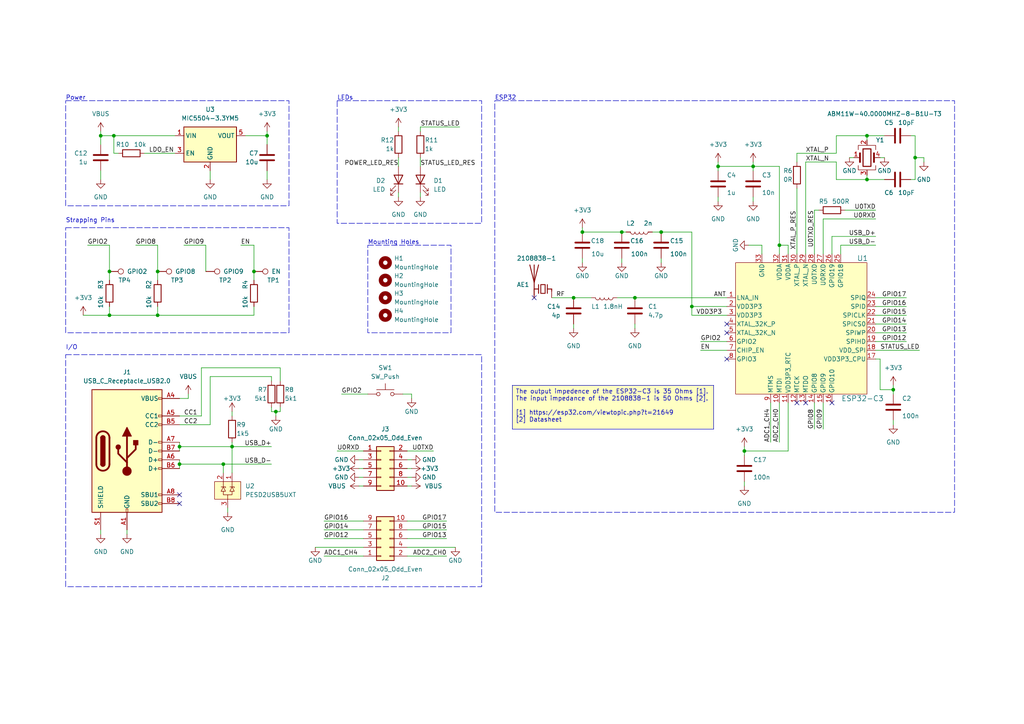
<source format=kicad_sch>
(kicad_sch (version 20230121) (generator eeschema)
  (paper "A4")
  (lib_symbols
    (symbol "Connector:TestPoint" (pin_numbers hide) (pin_names (offset 0.762) hide)
      (property "Reference" "TP" (at 0 6.858 0))
      (property "Value" "TestPoint" (at 0 5.08 0))
      (symbol "TestPoint_0_1"
        (circle (center 0 3.302) (radius 0.762))
      )
      (symbol "TestPoint_1_1"
        (pin passive line (at 0 0 90) (length 2.54) (name "1") (number "1"))
      )
    )
    (symbol "Connector:USB_C_Receptacle_USB2.0" (pin_names (offset 1.016))
      (property "Reference" "J" (at -10.16 19.05 0))
      (property "Value" "USB_C_Receptacle_USB2.0" (at 19.05 19.05 0))
      (symbol "USB_C_Receptacle_USB2.0_0_0"
        (rectangle (start -0.254 -17.78) (end 0.254 -16.764))
        (rectangle (start 10.16 -14.986) (end 9.144 -15.494))
        (rectangle (start 10.16 -12.446) (end 9.144 -12.954))
        (rectangle (start 10.16 -4.826) (end 9.144 -5.334))
        (rectangle (start 10.16 -2.286) (end 9.144 -2.794))
        (rectangle (start 10.16 0.254) (end 9.144 -0.254))
        (rectangle (start 10.16 2.794) (end 9.144 2.286))
        (rectangle (start 10.16 7.874) (end 9.144 7.366))
        (rectangle (start 10.16 10.414) (end 9.144 9.906))
        (rectangle (start 10.16 15.494) (end 9.144 14.986))
      )
      (symbol "USB_C_Receptacle_USB2.0_0_1"
        (rectangle (start -10.16 17.78) (end 10.16 -17.78) (stroke (width 0.254)) (fill (type background)))
        (arc (start -8.89 -3.81) (mid -6.985 -5.7067) (end -5.08 -3.81) (stroke (width 0.508)))
        (arc (start -7.62 -3.81) (mid -6.985 -4.4423) (end -6.35 -3.81) (stroke (width 0.254)))
        (arc (start -7.62 -3.81) (mid -6.985 -4.4423) (end -6.35 -3.81) (stroke (width 0.254)) (fill (type outline)))
        (rectangle (start -7.62 -3.81) (end -6.35 3.81) (stroke (width 0.254)) (fill (type outline)))
        (arc (start -6.35 3.81) (mid -6.985 4.4423) (end -7.62 3.81) (stroke (width 0.254)))
        (arc (start -6.35 3.81) (mid -6.985 4.4423) (end -7.62 3.81) (stroke (width 0.254)) (fill (type outline)))
        (arc (start -5.08 3.81) (mid -6.985 5.7067) (end -8.89 3.81) (stroke (width 0.508)))
        (circle (center -2.54 1.143) (radius 0.635) (stroke (width 0.254)) (fill (type outline)))
        (circle (center 0 -5.842) (radius 1.27) (fill (type outline)))
        (polyline (pts (xy -8.89 -3.81) (xy -8.89 3.81)) (stroke (width 0.508)))
        (polyline (pts (xy -5.08 3.81) (xy -5.08 -3.81)) (stroke (width 0.508)))
        (polyline (pts (xy 0 -5.842) (xy 0 4.318)) (stroke (width 0.508)))
        (polyline (pts (xy 0 -3.302) (xy -2.54 -0.762) (xy -2.54 0.508)) (stroke (width 0.508)))
        (polyline (pts (xy 0 -2.032) (xy 2.54 0.508) (xy 2.54 1.778)) (stroke (width 0.508)))
        (polyline (pts (xy -1.27 4.318) (xy 0 6.858) (xy 1.27 4.318) (xy -1.27 4.318)) (stroke (width 0.254)) (fill (type outline)))
        (rectangle (start 1.905 1.778) (end 3.175 3.048) (stroke (width 0.254)) (fill (type outline)))
      )
      (symbol "USB_C_Receptacle_USB2.0_1_1"
        (pin passive line (at 0 -22.86 90) (length 5.08) (name "GND") (number "A1"))
        (pin passive line (at 0 -22.86 90) (length 5.08) hide (name "GND") (number "A12"))
        (pin passive line (at 15.24 15.24 180) (length 5.08) (name "VBUS") (number "A4"))
        (pin bidirectional line (at 15.24 10.16 180) (length 5.08) (name "CC1") (number "A5"))
        (pin bidirectional line (at 15.24 -2.54 180) (length 5.08) (name "D+") (number "A6"))
        (pin bidirectional line (at 15.24 2.54 180) (length 5.08) (name "D-") (number "A7"))
        (pin bidirectional line (at 15.24 -12.7 180) (length 5.08) (name "SBU1") (number "A8"))
        (pin passive line (at 15.24 15.24 180) (length 5.08) hide (name "VBUS") (number "A9"))
        (pin passive line (at 0 -22.86 90) (length 5.08) hide (name "GND") (number "B1"))
        (pin passive line (at 0 -22.86 90) (length 5.08) hide (name "GND") (number "B12"))
        (pin passive line (at 15.24 15.24 180) (length 5.08) hide (name "VBUS") (number "B4"))
        (pin bidirectional line (at 15.24 7.62 180) (length 5.08) (name "CC2") (number "B5"))
        (pin bidirectional line (at 15.24 -5.08 180) (length 5.08) (name "D+") (number "B6"))
        (pin bidirectional line (at 15.24 0 180) (length 5.08) (name "D-") (number "B7"))
        (pin bidirectional line (at 15.24 -15.24 180) (length 5.08) (name "SBU2") (number "B8"))
        (pin passive line (at 15.24 15.24 180) (length 5.08) hide (name "VBUS") (number "B9"))
        (pin passive line (at -7.62 -22.86 90) (length 5.08) (name "SHIELD") (number "S1"))
      )
    )
    (symbol "Connector_Generic:Conn_02x05_Odd_Even" (pin_names (offset 1.016) hide)
      (property "Reference" "J" (at 1.27 7.62 0))
      (property "Value" "Conn_02x05_Odd_Even" (at 1.27 -7.62 0))
      (symbol "Conn_02x05_Odd_Even_1_1"
        (rectangle (start -1.27 -4.953) (end 0 -5.207) (stroke (width 0.1524)))
        (rectangle (start -1.27 -2.413) (end 0 -2.667) (stroke (width 0.1524)))
        (rectangle (start -1.27 0.127) (end 0 -0.127) (stroke (width 0.1524)))
        (rectangle (start -1.27 2.667) (end 0 2.413) (stroke (width 0.1524)))
        (rectangle (start -1.27 5.207) (end 0 4.953) (stroke (width 0.1524)))
        (rectangle (start -1.27 6.35) (end 3.81 -6.35) (stroke (width 0.254)) (fill (type background)))
        (rectangle (start 3.81 -4.953) (end 2.54 -5.207) (stroke (width 0.1524)))
        (rectangle (start 3.81 -2.413) (end 2.54 -2.667) (stroke (width 0.1524)))
        (rectangle (start 3.81 0.127) (end 2.54 -0.127) (stroke (width 0.1524)))
        (rectangle (start 3.81 2.667) (end 2.54 2.413) (stroke (width 0.1524)))
        (rectangle (start 3.81 5.207) (end 2.54 4.953) (stroke (width 0.1524)))
        (pin passive line (at -5.08 5.08 0) (length 3.81) (name "Pin_1") (number "1"))
        (pin passive line (at 7.62 -5.08 180) (length 3.81) (name "Pin_10") (number "10"))
        (pin passive line (at 7.62 5.08 180) (length 3.81) (name "Pin_2") (number "2"))
        (pin passive line (at -5.08 2.54 0) (length 3.81) (name "Pin_3") (number "3"))
        (pin passive line (at 7.62 2.54 180) (length 3.81) (name "Pin_4") (number "4"))
        (pin passive line (at -5.08 0 0) (length 3.81) (name "Pin_5") (number "5"))
        (pin passive line (at 7.62 0 180) (length 3.81) (name "Pin_6") (number "6"))
        (pin passive line (at -5.08 -2.54 0) (length 3.81) (name "Pin_7") (number "7"))
        (pin passive line (at 7.62 -2.54 180) (length 3.81) (name "Pin_8") (number "8"))
        (pin passive line (at -5.08 -5.08 0) (length 3.81) (name "Pin_9") (number "9"))
      )
    )
    (symbol "Device:Antenna_Chip" (pin_numbers hide) (pin_names (offset 1.016) hide)
      (property "Reference" "AE" (at 0 5.08 0))
      (property "Value" "Antenna_Chip" (at 0 3.175 0))
      (symbol "Antenna_Chip_0_1"
        (polyline (pts (xy -2.54 0) (xy -2.54 -0.635)) (stroke (width 0.254)))
        (polyline (pts (xy -2.54 0) (xy -1.27 0)) (stroke (width 0.254)))
        (polyline (pts (xy 1.27 0) (xy 2.54 0)) (stroke (width 0.254)))
        (polyline (pts (xy 1.27 1.27) (xy 1.27 -1.27)) (stroke (width 0.254)))
        (polyline (pts (xy 2.54 -0.635) (xy 2.54 0)))
        (polyline (pts (xy 2.54 6.985) (xy 2.54 -1.905)) (stroke (width 0.254)))
        (polyline (pts (xy -1.27 1.27) (xy -1.27 -1.27) (xy -1.27 0)) (stroke (width 0.254)))
        (polyline (pts (xy 3.81 6.985) (xy 2.54 1.905) (xy 1.27 6.985)) (stroke (width 0.254)))
        (polyline (pts (xy -0.635 1.27) (xy 0.635 1.27) (xy 0.635 -1.27) (xy -0.635 -1.27) (xy -0.635 1.27)) (stroke (width 0.254)))
      )
      (symbol "Antenna_Chip_1_1"
        (pin input line (at -2.54 -2.54 90) (length 2.54) (name "FEED") (number "1"))
        (pin passive line (at 2.54 -2.54 90) (length 2.54) (name "PCB_Trace") (number "2"))
      )
    )
    (symbol "Device:C" (pin_numbers hide) (pin_names (offset 0.254))
      (property "Reference" "C" (at 0.635 2.54 0))
      (property "Value" "C" (at 0.635 -2.54 0))
      (symbol "C_0_1"
        (polyline (pts (xy -2.032 -0.762) (xy 2.032 -0.762)) (stroke (width 0.508)))
        (polyline (pts (xy -2.032 0.762) (xy 2.032 0.762)) (stroke (width 0.508)))
      )
      (symbol "C_1_1"
        (pin passive line (at 0 3.81 270) (length 2.794) (name "~") (number "1"))
        (pin passive line (at 0 -3.81 90) (length 2.794) (name "~") (number "2"))
      )
    )
    (symbol "Device:Crystal_GND23" (pin_names (offset 1.016) hide)
      (property "Reference" "Y" (at 3.175 5.08 0))
      (property "Value" "Crystal_GND23" (at 3.175 3.175 0))
      (symbol "Crystal_GND23_0_1"
        (rectangle (start -1.143 2.54) (end 1.143 -2.54) (stroke (width 0.3048)))
        (polyline (pts (xy -2.54 0) (xy -2.032 0)))
        (polyline (pts (xy -2.032 -1.27) (xy -2.032 1.27)) (stroke (width 0.508)))
        (polyline (pts (xy 0 -3.81) (xy 0 -3.556)))
        (polyline (pts (xy 0 3.556) (xy 0 3.81)))
        (polyline (pts (xy 2.032 -1.27) (xy 2.032 1.27)) (stroke (width 0.508)))
        (polyline (pts (xy 2.032 0) (xy 2.54 0)))
        (polyline (pts (xy -2.54 -2.286) (xy -2.54 -3.556) (xy 2.54 -3.556) (xy 2.54 -2.286)))
        (polyline (pts (xy -2.54 2.286) (xy -2.54 3.556) (xy 2.54 3.556) (xy 2.54 2.286)))
      )
      (symbol "Crystal_GND23_1_1"
        (pin passive line (at -3.81 0 0) (length 1.27) (name "1") (number "1"))
        (pin passive line (at 0 5.08 270) (length 1.27) (name "2") (number "2"))
        (pin passive line (at 0 -5.08 90) (length 1.27) (name "3") (number "3"))
        (pin passive line (at 3.81 0 180) (length 1.27) (name "4") (number "4"))
      )
    )
    (symbol "Device:L" (pin_numbers hide) (pin_names (offset 1.016) hide)
      (property "Reference" "L" (at -1.27 0 90))
      (property "Value" "L" (at 1.905 0 90))
      (symbol "L_0_1"
        (arc (start 0 -2.54) (mid 0.6323 -1.905) (end 0 -1.27))
        (arc (start 0 -1.27) (mid 0.6323 -0.635) (end 0 0))
        (arc (start 0 0) (mid 0.6323 0.635) (end 0 1.27))
        (arc (start 0 1.27) (mid 0.6323 1.905) (end 0 2.54))
      )
      (symbol "L_1_1"
        (pin passive line (at 0 3.81 270) (length 1.27) (name "1") (number "1"))
        (pin passive line (at 0 -3.81 90) (length 1.27) (name "2") (number "2"))
      )
    )
    (symbol "Device:LED" (pin_numbers hide) (pin_names (offset 1.016) hide)
      (property "Reference" "D" (at 0 2.54 0))
      (property "Value" "LED" (at 0 -2.54 0))
      (symbol "LED_0_1"
        (polyline (pts (xy -1.27 -1.27) (xy -1.27 1.27)) (stroke (width 0.254)))
        (polyline (pts (xy -1.27 0) (xy 1.27 0)))
        (polyline (pts (xy 1.27 -1.27) (xy 1.27 1.27) (xy -1.27 0) (xy 1.27 -1.27)) (stroke (width 0.254)))
        (polyline (pts (xy -3.048 -0.762) (xy -4.572 -2.286) (xy -3.81 -2.286) (xy -4.572 -2.286) (xy -4.572 -1.524)))
        (polyline (pts (xy -1.778 -0.762) (xy -3.302 -2.286) (xy -2.54 -2.286) (xy -3.302 -2.286) (xy -3.302 -1.524)))
      )
      (symbol "LED_1_1"
        (pin passive line (at -3.81 0 0) (length 2.54) (name "K") (number "1"))
        (pin passive line (at 3.81 0 180) (length 2.54) (name "A") (number "2"))
      )
    )
    (symbol "Device:R" (pin_numbers hide) (pin_names (offset 0))
      (property "Reference" "R" (at 2.032 0 90))
      (property "Value" "R" (at 0 0 90))
      (symbol "R_0_1"
        (rectangle (start -1.016 -2.54) (end 1.016 2.54) (stroke (width 0.254)))
      )
      (symbol "R_1_1"
        (pin passive line (at 0 3.81 270) (length 1.27) (name "~") (number "1"))
        (pin passive line (at 0 -3.81 90) (length 1.27) (name "~") (number "2"))
      )
    )
    (symbol "Mechanical:MountingHole" (pin_names (offset 1.016))
      (property "Reference" "H" (at 0 5.08 0))
      (property "Value" "MountingHole" (at 0 3.175 0))
      (symbol "MountingHole_0_1"
        (circle (center 0 0) (radius 1.27) (stroke (width 1.27)))
      )
    )
    (symbol "Regulator_Linear:MIC5504-3.3YM5"
      (property "Reference" "U" (at -7.62 8.89 0))
      (property "Value" "MIC5504-3.3YM5" (at -7.62 6.35 0))
      (symbol "MIC5504-3.3YM5_0_1"
        (rectangle (start -7.62 -5.08) (end 7.62 5.08) (stroke (width 0.254)) (fill (type background)))
      )
      (symbol "MIC5504-3.3YM5_1_1"
        (pin power_in line (at -10.16 2.54 0) (length 2.54) (name "VIN") (number "1"))
        (pin power_in line (at 0 -7.62 90) (length 2.54) (name "GND") (number "2"))
        (pin input line (at -10.16 -2.54 0) (length 2.54) (name "EN") (number "3"))
        (pin no_connect line (at 7.62 -2.54 180) (length 2.54) hide (name "NC") (number "4"))
        (pin power_out line (at 10.16 2.54 180) (length 2.54) (name "VOUT") (number "5"))
      )
    )
    (symbol "Switch:SW_Push" (pin_numbers hide) (pin_names (offset 1.016) hide)
      (property "Reference" "SW" (at 1.27 2.54 0))
      (property "Value" "SW_Push" (at 0 -1.524 0))
      (symbol "SW_Push_0_1"
        (circle (center -2.032 0) (radius 0.508))
        (polyline (pts (xy 0 1.27) (xy 0 3.048)))
        (polyline (pts (xy 2.54 1.27) (xy -2.54 1.27)))
        (circle (center 2.032 0) (radius 0.508))
        (pin passive line (at -5.08 0 0) (length 2.54) (name "1") (number "1"))
        (pin passive line (at 5.08 0 180) (length 2.54) (name "2") (number "2"))
      )
    )
    (symbol "encyclopedia_galactica:ESP32-C3" (pin_names (offset 0.254))
      (property "Reference" "U" (at 0 43.18 0))
      (property "Value" "ESP32-C3" (at 0 40.64 0))
      (symbol "ESP32-C3_0_1"
        (pin bidirectional line (at -21.59 8.89 0) (length 2.54) (name "LNA_IN") (number "1"))
        (pin bidirectional line (at -6.35 -21.59 90) (length 2.54) (name "MTDI") (number "10"))
        (pin power_in line (at -3.81 -21.59 90) (length 2.54) (name "VDD3P3_RTC") (number "11"))
        (pin bidirectional line (at -1.27 -21.59 90) (length 2.54) (name "MTCK") (number "12"))
        (pin bidirectional line (at 1.27 -21.59 90) (length 2.54) (name "MTDO") (number "13"))
        (pin bidirectional line (at 3.81 -21.59 90) (length 2.54) (name "GPIO8") (number "14"))
        (pin bidirectional line (at 6.35 -21.59 90) (length 2.54) (name "GPIO9") (number "15"))
        (pin bidirectional line (at 8.89 -21.59 90) (length 2.54) (name "GPIO10") (number "16"))
        (pin power_in line (at 21.59 -8.89 180) (length 2.54) (name "VDD3P3_CPU") (number "17"))
        (pin power_in line (at 21.59 -6.35 180) (length 2.54) (name "VDD_SPI") (number "18"))
        (pin bidirectional line (at 21.59 -3.81 180) (length 2.54) (name "SPIHD") (number "19"))
        (pin power_in line (at -21.59 6.35 0) (length 2.54) (name "VDD3P3") (number "2"))
        (pin bidirectional line (at 21.59 -1.27 180) (length 2.54) (name "SPIWP") (number "20"))
        (pin bidirectional line (at 21.59 1.27 180) (length 2.54) (name "SPICS0") (number "21"))
        (pin bidirectional line (at 21.59 3.81 180) (length 2.54) (name "SPICLK") (number "22"))
        (pin bidirectional line (at 21.59 6.35 180) (length 2.54) (name "SPID") (number "23"))
        (pin bidirectional line (at 21.59 8.89 180) (length 2.54) (name "SPIQ") (number "24"))
        (pin bidirectional line (at 11.43 21.59 270) (length 2.54) (name "GPIO18") (number "25"))
        (pin bidirectional line (at 8.89 21.59 270) (length 2.54) (name "GPIO19") (number "26"))
        (pin bidirectional line (at 6.35 21.59 270) (length 2.54) (name "U0RXD") (number "27"))
        (pin bidirectional line (at 3.81 21.59 270) (length 2.54) (name "U0TXD") (number "28"))
        (pin output line (at 1.27 21.59 270) (length 2.54) (name "XTAL_N") (number "29"))
        (pin power_in line (at -21.59 3.81 0) (length 2.54) (name "VDD3P3") (number "3"))
        (pin input line (at -1.27 21.59 270) (length 2.54) (name "XTAL_P") (number "30"))
        (pin power_in line (at -3.81 21.59 270) (length 2.54) (name "VDDA") (number "31"))
        (pin power_in line (at -6.35 21.59 270) (length 2.54) (name "VDDA") (number "32"))
        (pin power_out line (at -11.43 21.59 270) (length 2.54) (name "GND") (number "33"))
        (pin bidirectional line (at -21.59 1.27 0) (length 2.54) (name "XTAL_32K_P") (number "4"))
        (pin bidirectional line (at -21.59 -1.27 0) (length 2.54) (name "XTAL_32K_N") (number "5"))
        (pin bidirectional line (at -21.59 -3.81 0) (length 2.54) (name "GPIO2") (number "6"))
        (pin input line (at -21.59 -6.35 0) (length 2.54) (name "CHIP_EN") (number "7"))
        (pin bidirectional line (at -21.59 -8.89 0) (length 2.54) (name "GPIO3") (number "8"))
        (pin bidirectional line (at -8.89 -21.59 90) (length 2.54) (name "MTMS") (number "9"))
      )
      (symbol "ESP32-C3_1_1"
        (rectangle (start -19.05 19.05) (end 19.05 -19.05) (fill (type background)))
      )
    )
    (symbol "encyclopedia_galactica:PESD2USB5UXT"
      (property "Reference" "U" (at 0 24.13 0))
      (property "Value" "PESD2USB5UXT" (at 0 21.59 0))
      (symbol "PESD2USB5UXT_1_1"
        (rectangle (start -3.81 2.54) (end 3.81 -2.54) (fill (type background)))
        (polyline (pts (xy -1.905 1.016) (xy -0.635 1.016)))
        (polyline (pts (xy -1.27 1.016) (xy -1.27 2.54)))
        (polyline (pts (xy -0.635 1.016) (xy -0.635 0.762)))
        (polyline (pts (xy 0 -1.27) (xy 0 -2.54)))
        (polyline (pts (xy 0.635 1.016) (xy 1.905 1.016)))
        (polyline (pts (xy 1.27 1.016) (xy 1.27 2.54)))
        (polyline (pts (xy 1.905 1.016) (xy 1.905 0.762)))
        (polyline (pts (xy -1.905 -0.254) (xy -1.27 1.016) (xy -0.635 -0.254) (xy -1.905 -0.254)))
        (polyline (pts (xy -1.27 -0.254) (xy -1.27 -1.27) (xy 1.27 -1.27) (xy 1.27 -0.254)))
        (polyline (pts (xy 0.635 -0.254) (xy 1.27 1.016) (xy 1.905 -0.254) (xy 0.635 -0.254)))
        (pin open_collector line (at 1.27 5.08 270) (length 2.54) (name "") (number "1"))
        (pin open_collector line (at -1.27 5.08 270) (length 2.54) (name "") (number "2"))
        (pin power_out line (at 0 -5.08 90) (length 2.54) (name "") (number "3"))
      )
    )
    (symbol "power:+3V3" (power) (pin_names (offset 0))
      (property "Value" "+3V3" (at 0 3.556 0))
      (symbol "+3V3_0_1"
        (polyline (pts (xy -0.762 1.27) (xy 0 2.54)))
        (polyline (pts (xy 0 0) (xy 0 2.54)))
        (polyline (pts (xy 0 2.54) (xy 0.762 1.27)))
      )
      (symbol "+3V3_1_1"
        (pin power_in line (at 0 0 90) (length 0) hide (name "+3V3") (number "1"))
      )
    )
    (symbol "power:GND" (power) (pin_names (offset 0))
      (property "Value" "GND" (at 0 -3.81 0))
      (symbol "GND_0_1"
        (polyline (pts (xy 0 0) (xy 0 -1.27) (xy 1.27 -1.27) (xy 0 -2.54) (xy -1.27 -1.27) (xy 0 -1.27)))
      )
      (symbol "GND_1_1"
        (pin power_in line (at 0 0 270) (length 0) hide (name "GND") (number "1"))
      )
    )
    (symbol "power:VBUS" (power) (pin_names (offset 0))
      (property "Value" "VBUS" (at 0 3.81 0))
      (symbol "VBUS_0_1"
        (polyline (pts (xy -0.762 1.27) (xy 0 2.54)))
        (polyline (pts (xy 0 0) (xy 0 2.54)))
        (polyline (pts (xy 0 2.54) (xy 0.762 1.27)))
      )
      (symbol "VBUS_1_1"
        (pin power_in line (at 0 0 90) (length 0) hide (name "VBUS") (number "1"))
      )
    )
  )
  (junction (at 29.21 39.37))
  (junction (at 64.77 134.62))
  (junction (at 184.15 86.36))
  (junction (at 226.06 71.12))
  (junction (at 168.91 67.31))
  (junction (at 45.72 78.74))
  (junction (at 31.75 91.44))
  (junction (at 77.47 39.37))
  (junction (at 208.28 48.26))
  (junction (at 180.34 67.31))
  (junction (at 215.9 130.81))
  (junction (at 218.44 48.26))
  (junction (at 33.02 39.37))
  (junction (at 80.01 119.38))
  (junction (at 31.75 78.74))
  (junction (at 67.31 129.54))
  (junction (at 52.07 134.62))
  (junction (at 73.66 78.74))
  (junction (at 191.77 67.31))
  (junction (at 259.08 113.03))
  (junction (at 265.43 45.72))
  (junction (at 45.72 91.44))
  (junction (at 251.46 39.37))
  (junction (at 200.66 88.9))
  (junction (at 52.07 129.54))
  (junction (at 166.37 86.36))
  (junction (at 251.46 52.07))
  (no_connect (at 241.3 116.84))
  (no_connect (at 210.82 104.14))
  (no_connect (at 210.82 93.98))
  (no_connect (at 52.07 143.51))
  (no_connect (at 231.14 116.84))
  (no_connect (at 52.07 146.05))
  (no_connect (at 233.68 116.84))
  (no_connect (at 210.82 96.52))
  (no_connect (at 154.94 86.36))
  (wire (pts (xy 52.07 133.35) (xy 52.07 134.62)))
  (wire (pts (xy 25.4 71.12) (xy 31.75 71.12)))
  (wire (pts (xy 33.02 39.37) (xy 50.8 39.37)))
  (wire (pts (xy 254 86.36) (xy 262.89 86.36)))
  (wire (pts (xy 66.04 147.32) (xy 66.04 148.59)))
  (wire (pts (xy 121.92 55.88) (xy 121.92 57.15)))
  (wire (pts (xy 236.22 60.96) (xy 236.22 73.66)))
  (wire (pts (xy 203.2 99.06) (xy 210.82 99.06)))
  (wire (pts (xy 52.07 134.62) (xy 64.77 134.62)))
  (wire (pts (xy 64.77 134.62) (xy 64.77 137.16)))
  (wire (pts (xy 267.97 45.72) (xy 265.43 45.72)))
  (wire (pts (xy 125.73 130.81) (xy 118.11 130.81)))
  (wire (pts (xy 218.44 57.15) (xy 218.44 58.42)))
  (wire (pts (xy 254 91.44) (xy 262.89 91.44)))
  (wire (pts (xy 168.91 67.31) (xy 180.34 67.31)))
  (wire (pts (xy 116.84 114.3) (xy 119.38 114.3)))
  (wire (pts (xy 231.14 44.45) (xy 242.57 44.45)))
  (wire (pts (xy 254 88.9) (xy 262.89 88.9)))
  (wire (pts (xy 31.75 81.28) (xy 31.75 78.74)))
  (wire (pts (xy 52.07 128.27) (xy 52.07 129.54)))
  (wire (pts (xy 254 63.5) (xy 238.76 63.5)))
  (wire (pts (xy 226.06 48.26) (xy 226.06 71.12)))
  (wire (pts (xy 251.46 39.37) (xy 251.46 40.64)))
  (wire (pts (xy 255.27 113.03) (xy 255.27 104.14)))
  (wire (pts (xy 242.57 52.07) (xy 242.57 46.99)))
  (wire (pts (xy 241.3 68.58) (xy 241.3 73.66)))
  (wire (pts (xy 118.11 153.67) (xy 129.54 153.67)))
  (wire (pts (xy 133.35 36.83) (xy 121.92 36.83)))
  (wire (pts (xy 36.83 153.67) (xy 36.83 154.94)))
  (wire (pts (xy 29.21 39.37) (xy 33.02 39.37)))
  (wire (pts (xy 54.61 115.57) (xy 54.61 114.3)))
  (wire (pts (xy 52.07 134.62) (xy 52.07 135.89)))
  (wire (pts (xy 52.07 120.65) (xy 58.42 120.65)))
  (wire (pts (xy 247.65 45.72) (xy 246.38 45.72)))
  (wire (pts (xy 180.34 74.93) (xy 180.34 76.2)))
  (wire (pts (xy 233.68 46.99) (xy 233.68 73.66)))
  (wire (pts (xy 97.79 130.81) (xy 105.41 130.81)))
  (wire (pts (xy 81.28 118.11) (xy 81.28 119.38)))
  (wire (pts (xy 104.14 135.89) (xy 105.41 135.89)))
  (wire (pts (xy 67.31 128.27) (xy 67.31 129.54)))
  (wire (pts (xy 184.15 86.36) (xy 210.82 86.36)))
  (wire (pts (xy 78.74 109.22) (xy 78.74 110.49)))
  (wire (pts (xy 215.9 130.81) (xy 215.9 129.54)))
  (wire (pts (xy 118.11 156.21) (xy 129.54 156.21)))
  (wire (pts (xy 73.66 71.12) (xy 73.66 78.74)))
  (wire (pts (xy 29.21 153.67) (xy 29.21 154.94)))
  (wire (pts (xy 259.08 111.76) (xy 259.08 113.03)))
  (wire (pts (xy 118.11 161.29) (xy 129.54 161.29)))
  (wire (pts (xy 168.91 74.93) (xy 168.91 76.2)))
  (wire (pts (xy 243.84 71.12) (xy 254 71.12)))
  (wire (pts (xy 115.57 36.83) (xy 115.57 38.1)))
  (wire (pts (xy 41.91 44.45) (xy 50.8 44.45)))
  (wire (pts (xy 67.31 129.54) (xy 78.74 129.54)))
  (wire (pts (xy 226.06 116.84) (xy 226.06 128.27)))
  (wire (pts (xy 52.07 129.54) (xy 67.31 129.54)))
  (wire (pts (xy 255.27 113.03) (xy 259.08 113.03)))
  (wire (pts (xy 208.28 46.99) (xy 208.28 48.26)))
  (wire (pts (xy 226.06 71.12) (xy 228.6 71.12)))
  (wire (pts (xy 242.57 39.37) (xy 242.57 44.45)))
  (wire (pts (xy 233.68 46.99) (xy 242.57 46.99)))
  (wire (pts (xy 191.77 74.93) (xy 191.77 76.2)))
  (wire (pts (xy 104.14 140.97) (xy 105.41 140.97)))
  (wire (pts (xy 166.37 86.36) (xy 171.45 86.36)))
  (wire (pts (xy 256.54 52.07) (xy 251.46 52.07)))
  (wire (pts (xy 119.38 114.3) (xy 119.38 115.57)))
  (wire (pts (xy 73.66 91.44) (xy 73.66 88.9)))
  (wire (pts (xy 264.16 52.07) (xy 265.43 52.07)))
  (wire (pts (xy 203.2 101.6) (xy 210.82 101.6)))
  (wire (pts (xy 93.98 151.13) (xy 105.41 151.13)))
  (wire (pts (xy 118.11 140.97) (xy 119.38 140.97)))
  (wire (pts (xy 31.75 71.12) (xy 31.75 78.74)))
  (wire (pts (xy 91.44 158.75) (xy 105.41 158.75)))
  (wire (pts (xy 34.29 44.45) (xy 33.02 44.45)))
  (wire (pts (xy 231.14 54.61) (xy 231.14 73.66)))
  (wire (pts (xy 259.08 121.92) (xy 259.08 123.19)))
  (wire (pts (xy 99.06 114.3) (xy 106.68 114.3)))
  (wire (pts (xy 200.66 67.31) (xy 191.77 67.31)))
  (wire (pts (xy 243.84 71.12) (xy 243.84 73.66)))
  (wire (pts (xy 265.43 39.37) (xy 264.16 39.37)))
  (wire (pts (xy 81.28 106.68) (xy 81.28 110.49)))
  (wire (pts (xy 67.31 119.38) (xy 67.31 120.65)))
  (wire (pts (xy 71.12 39.37) (xy 77.47 39.37)))
  (wire (pts (xy 231.14 44.45) (xy 231.14 46.99)))
  (wire (pts (xy 104.14 138.43) (xy 105.41 138.43)))
  (wire (pts (xy 121.92 45.72) (xy 121.92 48.26)))
  (wire (pts (xy 52.07 129.54) (xy 52.07 130.81)))
  (wire (pts (xy 80.01 119.38) (xy 80.01 120.65)))
  (wire (pts (xy 251.46 52.07) (xy 251.46 50.8)))
  (wire (pts (xy 67.31 129.54) (xy 67.31 137.16)))
  (wire (pts (xy 223.52 116.84) (xy 223.52 128.27)))
  (wire (pts (xy 39.37 71.12) (xy 45.72 71.12)))
  (wire (pts (xy 115.57 45.72) (xy 115.57 48.26)))
  (wire (pts (xy 45.72 91.44) (xy 45.72 88.9)))
  (wire (pts (xy 208.28 48.26) (xy 218.44 48.26)))
  (wire (pts (xy 132.08 158.75) (xy 118.11 158.75)))
  (wire (pts (xy 189.23 67.31) (xy 191.77 67.31)))
  (wire (pts (xy 77.47 49.53) (xy 77.47 52.07)))
  (wire (pts (xy 238.76 116.84) (xy 238.76 124.46)))
  (wire (pts (xy 58.42 120.65) (xy 58.42 106.68)))
  (wire (pts (xy 215.9 130.81) (xy 228.6 130.81)))
  (wire (pts (xy 118.11 133.35) (xy 119.38 133.35)))
  (wire (pts (xy 254 96.52) (xy 262.89 96.52)))
  (wire (pts (xy 215.9 139.7) (xy 215.9 140.97)))
  (wire (pts (xy 58.42 106.68) (xy 81.28 106.68)))
  (wire (pts (xy 179.07 86.36) (xy 184.15 86.36)))
  (wire (pts (xy 77.47 38.1) (xy 77.47 39.37)))
  (wire (pts (xy 184.15 93.98) (xy 184.15 95.25)))
  (wire (pts (xy 118.11 135.89) (xy 119.38 135.89)))
  (wire (pts (xy 45.72 78.74) (xy 45.72 81.28)))
  (wire (pts (xy 255.27 104.14) (xy 254 104.14)))
  (wire (pts (xy 45.72 91.44) (xy 73.66 91.44)))
  (wire (pts (xy 245.11 60.96) (xy 254 60.96)))
  (wire (pts (xy 259.08 113.03) (xy 259.08 114.3)))
  (wire (pts (xy 236.22 116.84) (xy 236.22 124.46)))
  (wire (pts (xy 93.98 153.67) (xy 105.41 153.67)))
  (wire (pts (xy 53.34 71.12) (xy 59.69 71.12)))
  (wire (pts (xy 118.11 151.13) (xy 129.54 151.13)))
  (wire (pts (xy 218.44 48.26) (xy 226.06 48.26)))
  (wire (pts (xy 77.47 41.91) (xy 77.47 39.37)))
  (wire (pts (xy 104.14 133.35) (xy 105.41 133.35)))
  (wire (pts (xy 265.43 52.07) (xy 265.43 45.72)))
  (wire (pts (xy 200.66 91.44) (xy 200.66 88.9)))
  (wire (pts (xy 31.75 91.44) (xy 45.72 91.44)))
  (wire (pts (xy 52.07 123.19) (xy 60.96 123.19)))
  (wire (pts (xy 180.34 67.31) (xy 181.61 67.31)))
  (wire (pts (xy 78.74 118.11) (xy 78.74 119.38)))
  (wire (pts (xy 29.21 38.1) (xy 29.21 39.37)))
  (wire (pts (xy 254 68.58) (xy 241.3 68.58)))
  (wire (pts (xy 64.77 134.62) (xy 78.74 134.62)))
  (wire (pts (xy 166.37 93.98) (xy 166.37 95.25)))
  (wire (pts (xy 254 93.98) (xy 262.89 93.98)))
  (wire (pts (xy 265.43 45.72) (xy 265.43 39.37)))
  (wire (pts (xy 52.07 115.57) (xy 54.61 115.57)))
  (wire (pts (xy 218.44 46.99) (xy 218.44 48.26)))
  (wire (pts (xy 24.13 91.44) (xy 31.75 91.44)))
  (wire (pts (xy 228.6 71.12) (xy 228.6 73.66)))
  (wire (pts (xy 60.96 49.53) (xy 60.96 52.07)))
  (wire (pts (xy 242.57 52.07) (xy 251.46 52.07)))
  (wire (pts (xy 208.28 57.15) (xy 208.28 58.42)))
  (wire (pts (xy 31.75 91.44) (xy 31.75 88.9)))
  (wire (pts (xy 226.06 71.12) (xy 226.06 73.66)))
  (wire (pts (xy 215.9 132.08) (xy 215.9 130.81)))
  (wire (pts (xy 80.01 119.38) (xy 81.28 119.38)))
  (wire (pts (xy 218.44 48.26) (xy 218.44 49.53)))
  (wire (pts (xy 251.46 39.37) (xy 242.57 39.37)))
  (wire (pts (xy 267.97 46.99) (xy 267.97 45.72)))
  (wire (pts (xy 93.98 156.21) (xy 105.41 156.21)))
  (wire (pts (xy 256.54 39.37) (xy 251.46 39.37)))
  (wire (pts (xy 254 99.06) (xy 262.89 99.06)))
  (wire (pts (xy 73.66 81.28) (xy 73.66 78.74)))
  (wire (pts (xy 45.72 71.12) (xy 45.72 78.74)))
  (wire (pts (xy 78.74 119.38) (xy 80.01 119.38)))
  (wire (pts (xy 200.66 88.9) (xy 200.66 67.31)))
  (wire (pts (xy 118.11 138.43) (xy 119.38 138.43)))
  (wire (pts (xy 160.02 86.36) (xy 166.37 86.36)))
  (wire (pts (xy 254 101.6) (xy 266.7 101.6)))
  (wire (pts (xy 29.21 39.37) (xy 29.21 41.91)))
  (wire (pts (xy 60.96 123.19) (xy 60.96 109.22)))
  (wire (pts (xy 238.76 63.5) (xy 238.76 73.66)))
  (wire (pts (xy 59.69 71.12) (xy 59.69 78.74)))
  (wire (pts (xy 93.98 161.29) (xy 105.41 161.29)))
  (wire (pts (xy 256.54 45.72) (xy 255.27 45.72)))
  (wire (pts (xy 29.21 49.53) (xy 29.21 52.07)))
  (wire (pts (xy 69.85 71.12) (xy 73.66 71.12)))
  (wire (pts (xy 60.96 109.22) (xy 78.74 109.22)))
  (wire (pts (xy 200.66 88.9) (xy 210.82 88.9)))
  (wire (pts (xy 236.22 60.96) (xy 237.49 60.96)))
  (wire (pts (xy 121.92 36.83) (xy 121.92 38.1)))
  (wire (pts (xy 210.82 91.44) (xy 200.66 91.44)))
  (wire (pts (xy 220.98 71.12) (xy 220.98 73.66)))
  (wire (pts (xy 168.91 66.04) (xy 168.91 67.31)))
  (wire (pts (xy 33.02 44.45) (xy 33.02 39.37)))
  (wire (pts (xy 115.57 55.88) (xy 115.57 57.15)))
  (wire (pts (xy 208.28 48.26) (xy 208.28 49.53)))
  (wire (pts (xy 228.6 116.84) (xy 228.6 130.81)))
  (wire (pts (xy 217.17 71.12) (xy 220.98 71.12)))
  (rectangle (start 19.05 29.21) (end 83.82 59.69) (stroke (width 0) (type dash)))
  (rectangle (start 106.68 71.12) (end 130.81 96.52) (stroke (width 0) (type dash)))
  (rectangle (start 83.82 66.04) (end 19.05 96.52) (stroke (width 0) (type dash)))
  (rectangle (start 19.05 102.87) (end 139.7 170.18) (stroke (width 0) (type dash)))
  (rectangle (start 97.79 29.21) (end 139.7 64.77) (stroke (width 0) (type dash)))
  (rectangle (start 143.51 29.21) (end 276.86 148.59) (stroke (width 0) (type dash)))
  (text_box "The output impedence of the ESP32-C3 is 35 Ohms [1].\nThe input impedance of the 2108838-1 is 50 Ohms [2].\n\n[1] https://esp32.com/viewtopic.php?t=21649\n[2] Datasheet" (at 148.59 111.76 0) (size 58.42 12.7) (fill (type color) (color 255 255 194 1)) (effects (font (size 1.27 1.27)) (justify left top)))
  (text "ESP32" (at 143.51 29.21 0) (effects (font (size 1.27 1.27)) (justify left bottom)))
  (text "I/O" (at 19.05 101.6 0) (effects (font (size 1.27 1.27)) (justify left bottom)))
  (text "Mounting Holes" (at 106.68 71.12 0) (effects (font (size 1.27 1.27)) (justify left bottom)))
  (text "Power" (at 19.05 29.21 0) (effects (font (size 1.27 1.27)) (justify left bottom)))
  (text "Strapping Pins" (at 19.05 64.77 0) (effects (font (size 1.27 1.27)) (justify left bottom)))
  (text "LEDs" (at 97.79 29.21 0) (effects (font (size 1.27 1.27)) (justify left bottom)))
  (label "ADC1_CH4" (at 223.52 128.27 90))
  (label "U0RXD" (at 97.79 130.81 0))
  (label "GPIO2" (at 99.06 114.3 0))
  (label "USB_D-" (at 78.74 134.62 180))
  (label "GPIO12" (at 93.98 156.21 0))
  (label "EN" (at 203.2 101.6 0))
  (label "GPIO16" (at 93.98 151.13 0))
  (label "GPIO13" (at 129.54 156.21 180))
  (label "USB_D+" (at 78.74 129.54 180))
  (label "ADC1_CH4" (at 93.98 161.29 0))
  (label "USB_D+" (at 254 68.58 180))
  (label "GPIO2" (at 25.4 71.12 0))
  (label "LDO_EN" (at 43.18 44.45 0))
  (label "GPIO14" (at 262.89 93.98 180))
  (label "GPIO9" (at 238.76 124.46 90))
  (label "STATUS_LED" (at 266.7 101.6 180))
  (label "GPIO17" (at 262.89 86.36 180))
  (label "GPIO14" (at 93.98 153.67 0))
  (label "U0TXD" (at 125.73 130.81 180))
  (label "ADC2_CH0" (at 226.06 128.27 90))
  (label "STATUS_LED_RES" (at 121.92 48.26 0))
  (label "U0RXD" (at 254 63.5 180))
  (label "VDD3P3" (at 201.93 91.44 0))
  (label "ANT" (at 207.01 86.36 0))
  (label "CC1" (at 53.34 120.65 0))
  (label "USB_D-" (at 254 71.12 180))
  (label "GPIO12" (at 262.89 99.06 180))
  (label "XTAL_P" (at 233.68 44.45 0))
  (label "U0TXD" (at 254 60.96 180))
  (label "GPIO9" (at 53.34 71.12 0))
  (label "XTAL_P_RES" (at 231.14 72.39 90))
  (label "GPIO15" (at 129.54 153.67 180))
  (label "XTAL_N" (at 233.68 46.99 0))
  (label "GPIO16" (at 262.89 88.9 180))
  (label "RF" (at 161.29 86.36 0))
  (label "U0TXD_RES" (at 236.22 60.96 270))
  (label "EN" (at 69.85 71.12 0))
  (label "GPIO8" (at 39.37 71.12 0))
  (label "GPIO13" (at 262.89 96.52 180))
  (label "GPIO17" (at 129.54 151.13 180))
  (label "GPIO2" (at 203.2 99.06 0))
  (label "ADC2_CH0" (at 129.54 161.29 180))
  (label "STATUS_LED" (at 133.35 36.83 180))
  (label "CC2" (at 53.34 123.19 0))
  (label "POWER_LED_RES" (at 115.57 48.26 180))
  (label "GPIO15" (at 262.89 91.44 180))
  (label "GPIO8" (at 236.22 124.46 90))
  (symbol (lib_id "power:GND") (at 246.38 45.72 0) (mirror y) (unit 1)
    (property "Reference" "#PWR03" (effects hide))
    (property "Value" "GND" (at 246.38 49.53 0))
  )
  (symbol (lib_id "Connector:USB_C_Receptacle_USB2.0") (at 36.83 130.81 0) (unit 1)
    (property "Reference" "J1" (at 36.83 107.95 0))
    (property "Value" "USB_C_Receptacle_USB2.0" (at 36.83 110.49 0))
    (property "Footprint" "Connector_USB:USB_C_Receptacle_GCT_USB4105-xx-A_16P_TopMnt_Horizontal" (effects hide))
    (property "Datasheet" "https://www.usb.org/sites/default/files/documents/usb_type-c.zip" (effects hide))
  )
  (symbol (lib_id "Device:LED") (at 115.57 52.07 270) (mirror x) (unit 1)
    (property "Reference" "D2" (at 111.76 52.3875 90) (effects (justify right)))
    (property "Value" "LED" (at 111.76 54.9275 90) (effects (justify right)))
    (property "Footprint" "LED_SMD:LED_0603_1608Metric" (effects hide))
  )
  (symbol (lib_id "power:+3V3") (at 115.57 36.83 0) (mirror y) (unit 1)
    (property "Reference" "#PWR044" (effects hide))
    (property "Value" "+3V3" (at 115.57 31.75 0))
  )
  (symbol (lib_id "Device:R") (at 231.14 50.8 0) (mirror y) (unit 1)
    (property "Reference" "R6" (at 229.87 49.53 0) (effects (justify left)))
    (property "Value" "0R" (at 229.87 52.07 0) (effects (justify left)))
    (property "Footprint" "Resistor_SMD:R_0402_1005Metric" (effects hide))
  )
  (symbol (lib_id "power:+3V3") (at 67.31 119.38 0) (unit 1)
    (property "Reference" "#PWR038" (effects hide))
    (property "Value" "+3V3" (at 67.31 115.57 0))
  )
  (symbol (lib_id "Device:R") (at 73.66 85.09 0) (mirror x) (unit 1)
    (property "Reference" "R4" (at 71.12 82.55 90))
    (property "Value" "10k" (at 71.12 87.63 90))
    (property "Footprint" "Resistor_SMD:R_0402_1005Metric" (effects hide))
  )
  (symbol (lib_id "power:GND") (at 208.28 58.42 0) (unit 1)
    (property "Reference" "#PWR023" (effects hide))
    (property "Value" "GND" (at 208.28 63.5 0))
  )
  (symbol (lib_id "power:GND") (at 77.47 52.07 0) (unit 1)
    (property "Reference" "#PWR039" (effects hide))
    (property "Value" "GND" (at 77.47 57.15 0))
  )
  (symbol (lib_id "power:VBUS") (at 104.14 140.97 90) (unit 1)
    (property "Reference" "#PWR032" (effects hide))
    (property "Value" "VBUS" (at 100.33 140.97 90) (effects (justify left)))
  )
  (symbol (lib_id "power:GND") (at 104.14 138.43 270) (unit 1)
    (property "Reference" "#PWR030" (effects hide))
    (property "Value" "GND" (at 99.06 138.43 90))
  )
  (symbol (lib_id "Mechanical:MountingHole") (at 111.76 86.36 0) (unit 1)
    (property "Reference" "H3" (at 114.3 85.09 0) (effects (justify left)))
    (property "Value" "MountingHole" (at 114.3 87.63 0) (effects (justify left)))
    (property "Footprint" "MountingHole:MountingHole_2.2mm_M2" (effects hide))
  )
  (symbol (lib_id "encyclopedia_galactica:PESD2USB5UXT") (at 66.04 142.24 0) (unit 1)
    (property "Reference" "U2" (at 71.12 140.97 0) (effects (justify left)))
    (property "Value" "PESD2USB5UXT" (at 71.12 143.51 0) (effects (justify left)))
    (property "Footprint" "Package_TO_SOT_SMD:TSOT-23" (effects hide))
    (property "Datasheet" "https://assets.nexperia.com/documents/data-sheet/PESD2USB5UX-T.pdf" (effects hide))
  )
  (symbol (lib_id "power:GND") (at 180.34 76.2 0) (mirror y) (unit 1)
    (property "Reference" "#PWR018" (effects hide))
    (property "Value" "GND" (at 180.34 80.01 0))
  )
  (symbol (lib_id "Mechanical:MountingHole") (at 111.76 76.2 0) (unit 1)
    (property "Reference" "H1" (at 114.3 74.93 0) (effects (justify left)))
    (property "Value" "MountingHole" (at 114.3 77.47 0) (effects (justify left)))
    (property "Footprint" "MountingHole:MountingHole_2.2mm_M2" (effects hide))
  )
  (symbol (lib_id "Device:C") (at 168.91 71.12 0) (unit 1)
    (property "Reference" "C18" (at 175.26 69.85 0) (effects (justify right)))
    (property "Value" "10u" (at 175.26 73.66 0) (effects (justify right)))
    (property "Footprint" "Capacitor_SMD:C_0603_1608Metric" (effects hide))
  )
  (symbol (lib_id "Device:R") (at 78.74 114.3 0) (unit 1)
    (property "Reference" "R7" (at 77.47 113.03 0) (effects (justify right)))
    (property "Value" "5k1" (at 77.47 115.57 0) (effects (justify right)))
    (property "Footprint" "Resistor_SMD:R_0402_1005Metric" (effects hide))
  )
  (symbol (lib_id "power:+3V3") (at 218.44 46.99 0) (mirror y) (unit 1)
    (property "Reference" "#PWR04" (effects hide))
    (property "Value" "+3V3" (at 218.44 41.91 0))
  )
  (symbol (lib_id "power:GND") (at 60.96 52.07 0) (unit 1)
    (property "Reference" "#PWR016" (effects hide))
    (property "Value" "GND" (at 60.96 57.15 0))
  )
  (symbol (lib_id "power:+3V3") (at 208.28 46.99 0) (mirror y) (unit 1)
    (property "Reference" "#PWR022" (effects hide))
    (property "Value" "+3V3" (at 208.28 41.91 0))
  )
  (symbol (lib_id "Connector_Generic:Conn_02x05_Odd_Even") (at 110.49 135.89 0) (unit 1)
    (property "Reference" "J3" (at 111.76 124.46 0))
    (property "Value" "Conn_02x05_Odd_Even" (at 111.76 127 0))
    (property "Footprint" "Connector_PinHeader_2.54mm:PinHeader_2x05_P2.54mm_Vertical" (effects hide))
  )
  (symbol (lib_id "Device:C") (at 166.37 90.17 0) (unit 1)
    (property "Reference" "C14" (at 162.56 88.9 0) (effects (justify right)))
    (property "Value" "4p" (at 162.56 91.44 0) (effects (justify right)))
    (property "Footprint" "Capacitor_SMD:C_0402_1005Metric" (effects hide))
  )
  (symbol (lib_id "power:GND") (at 267.97 46.99 0) (mirror y) (unit 1)
    (property "Reference" "#PWR025" (effects hide))
    (property "Value" "GND" (at 267.97 52.07 0))
  )
  (symbol (lib_id "power:VBUS") (at 29.21 38.1 0) (unit 1)
    (property "Reference" "#PWR014" (effects hide))
    (property "Value" "VBUS" (at 29.21 33.02 0))
  )
  (symbol (lib_id "Connector:TestPoint") (at 73.66 78.74 270) (unit 1)
    (property "Reference" "TP1" (at 77.47 81.28 90) (effects (justify left)))
    (property "Value" "EN" (at 78.74 78.74 90) (effects (justify left)))
    (property "Footprint" "TestPoint:TestPoint_Pad_D1.5mm" (effects hide))
  )
  (symbol (lib_id "Connector_Generic:Conn_02x05_Odd_Even") (at 110.49 156.21 0) (mirror x) (unit 1)
    (property "Reference" "J2" (at 111.76 167.64 0))
    (property "Value" "Conn_02x05_Odd_Even" (at 111.76 165.1 0))
    (property "Footprint" "Connector_PinHeader_2.54mm:PinHeader_2x05_P2.54mm_Vertical" (effects hide))
  )
  (symbol (lib_id "power:GND") (at 218.44 58.42 0) (unit 1)
    (property "Reference" "#PWR021" (effects hide))
    (property "Value" "GND" (at 218.44 63.5 0))
  )
  (symbol (lib_id "power:GND") (at 166.37 95.25 0) (mirror y) (unit 1)
    (property "Reference" "#PWR017" (effects hide))
    (property "Value" "GND" (at 166.37 100.33 0))
  )
  (symbol (lib_id "Device:C") (at 218.44 53.34 0) (mirror y) (unit 1)
    (property "Reference" "C3" (at 220.98 50.8 0) (effects (justify right)))
    (property "Value" "10n" (at 220.98 55.88 0) (effects (justify right)))
    (property "Footprint" "Capacitor_SMD:C_0402_1005Metric" (effects hide))
  )
  (symbol (lib_id "power:+3V3") (at 77.47 38.1 0) (unit 1)
    (property "Reference" "#PWR015" (effects hide))
    (property "Value" "+3V3" (at 77.47 33.02 0))
  )
  (symbol (lib_id "power:GND") (at 191.77 76.2 0) (unit 1)
    (property "Reference" "#PWR019" (effects hide))
    (property "Value" "GND" (at 191.77 80.01 0))
  )
  (symbol (lib_id "Device:R") (at 67.31 124.46 0) (mirror y) (unit 1)
    (property "Reference" "R9" (at 68.58 123.19 0) (effects (justify right)))
    (property "Value" "1k5" (at 68.58 125.73 0) (effects (justify right)))
    (property "Footprint" "Resistor_SMD:R_0402_1005Metric" (effects hide))
  )
  (symbol (lib_id "Device:R") (at 115.57 41.91 0) (unit 1)
    (property "Reference" "R12" (at 114.3 40.64 0) (effects (justify right)))
    (property "Value" "1k" (at 114.3 43.18 0) (effects (justify right)))
    (property "Footprint" "Resistor_SMD:R_0402_1005Metric" (effects hide))
  )
  (symbol (lib_id "power:GND") (at 66.04 148.59 0) (unit 1)
    (property "Reference" "#PWR041" (effects hide))
    (property "Value" "GND" (at 66.04 153.67 0))
  )
  (symbol (lib_id "power:+3V3") (at 215.9 129.54 0) (mirror y) (unit 1)
    (property "Reference" "#PWR06" (effects hide))
    (property "Value" "+3V3" (at 215.9 124.46 0))
  )
  (symbol (lib_id "encyclopedia_galactica:ESP32-C3") (at 232.41 95.25 0) (unit 1)
    (property "Reference" "U1" (at 250.19 74.93 0) (effects (font (size 1.524 1.524))))
    (property "Value" "ESP32-C3" (at 250.19 115.57 0) (effects (font (size 1.524 1.524))))
    (property "Footprint" "encyclopedia_galactica:QFN32_5X5_EXP" (effects hide))
    (property "Datasheet" "https://www.espressif.com/sites/default/files/documentation/esp32-c3_datasheet_en.pdf" (effects hide))
    (property "HW_Guidelines" "https://www.espressif.com/sites/default/files/documentation/esp32-c3_hardware_design_guidelines_en.pdf" (effects hide))
  )
  (symbol (lib_id "Device:C") (at 77.47 45.72 0) (unit 1)
    (property "Reference" "C7" (at 74.93 44.45 0) (effects (justify right)))
    (property "Value" "10u" (at 74.93 46.99 0) (effects (justify right)))
    (property "Footprint" "Capacitor_SMD:C_0603_1608Metric" (effects hide))
  )
  (symbol (lib_id "Device:Crystal_GND23") (at 251.46 45.72 0) (unit 1)
    (property "Reference" "Y1" (at 255.27 40.64 0))
    (property "Value" "ABM11W-40.0000MHZ-8-B1U-T3" (at 256.54 33.02 0))
    (property "Footprint" "encyclopedia_galactica:ABM11W-30.0000MHZ-7-D1X-T3" (effects hide))
    (property "Datasheet" "https://www.mouser.de/datasheet/2/3/ABM11W-1774757.pdf" (effects hide))
  )
  (symbol (lib_id "power:GND") (at 119.38 115.57 0) (unit 1)
    (property "Reference" "#PWR036" (effects hide))
    (property "Value" "GND" (at 119.38 119.38 0))
  )
  (symbol (lib_id "Device:C") (at 260.35 52.07 90) (mirror x) (unit 1)
    (property "Reference" "C6" (at 257.81 55.88 90))
    (property "Value" "10pF" (at 262.89 55.88 90))
    (property "Footprint" "Capacitor_SMD:C_0402_1005Metric" (effects hide))
  )
  (symbol (lib_id "Switch:SW_Push") (at 111.76 114.3 0) (mirror y) (unit 1)
    (property "Reference" "SW1" (at 111.76 106.68 0))
    (property "Value" "SW_Push" (at 111.76 109.22 0))
    (property "Footprint" "Button_Switch_SMD:SW_SPST_B3U-1000P" (effects hide))
  )
  (symbol (lib_id "power:GND") (at 104.14 133.35 270) (unit 1)
    (property "Reference" "#PWR026" (effects hide))
    (property "Value" "GND" (at 99.06 133.35 90))
  )
  (symbol (lib_id "power:GND") (at 119.38 133.35 90) (unit 1)
    (property "Reference" "#PWR027" (effects hide))
    (property "Value" "GND" (at 124.46 133.35 90))
  )
  (symbol (lib_id "Mechanical:MountingHole") (at 111.76 81.28 0) (unit 1)
    (property "Reference" "H2" (at 114.3 80.01 0) (effects (justify left)))
    (property "Value" "MountingHole" (at 114.3 82.55 0) (effects (justify left)))
    (property "Footprint" "MountingHole:MountingHole_2.2mm_M2" (effects hide))
  )
  (symbol (lib_id "power:GND") (at 215.9 140.97 0) (unit 1)
    (property "Reference" "#PWR07" (effects hide))
    (property "Value" "GND" (at 215.9 146.05 0))
  )
  (symbol (lib_id "Connector:TestPoint") (at 59.69 78.74 270) (unit 1)
    (property "Reference" "TP2" (at 63.5 81.28 90) (effects (justify left)))
    (property "Value" "GPIO9" (at 64.77 78.74 90) (effects (justify left)))
    (property "Footprint" "TestPoint:TestPoint_Pad_D1.5mm" (effects hide))
  )
  (symbol (lib_id "power:GND") (at 91.44 158.75 0) (unit 1)
    (property "Reference" "#PWR034" (effects hide))
    (property "Value" "GND" (at 91.44 162.56 0))
  )
  (symbol (lib_id "Device:L") (at 185.42 67.31 90) (mirror x) (unit 1)
    (property "Reference" "L2" (at 182.88 64.77 90))
    (property "Value" "2n" (at 187.96 64.77 90))
    (property "Footprint" "Inductor_SMD:L_0402_1005Metric" (effects hide))
  )
  (symbol (lib_id "Device:C") (at 208.28 53.34 0) (mirror y) (unit 1)
    (property "Reference" "C4" (at 210.82 50.8 0) (effects (justify right)))
    (property "Value" "1u" (at 210.82 55.88 0) (effects (justify right)))
    (property "Footprint" "Capacitor_SMD:C_0402_1005Metric" (effects hide))
  )
  (symbol (lib_id "Connector:TestPoint") (at 45.72 78.74 270) (unit 1)
    (property "Reference" "TP3" (at 49.53 81.28 90) (effects (justify left)))
    (property "Value" "GPIO8" (at 50.8 78.74 90) (effects (justify left)))
    (property "Footprint" "TestPoint:TestPoint_Pad_D1.5mm" (effects hide))
  )
  (symbol (lib_id "power:+3V3") (at 119.38 135.89 270) (unit 1)
    (property "Reference" "#PWR028" (effects hide))
    (property "Value" "+3V3" (at 121.92 135.89 90) (effects (justify left)))
  )
  (symbol (lib_id "Device:Antenna_Chip") (at 157.48 83.82 0) (mirror y) (unit 1)
    (property "Reference" "AE1" (at 149.86 82.55 0) (effects (justify right)))
    (property "Value" "2108838-1" (at 149.86 74.93 0) (effects (justify right)))
    (property "Footprint" "encyclopedia_galactica:2108838-1" (effects hide))
    (property "Datasheet" "https://www.te.com/commerce/DocumentDelivery/DDEController?Action=showdoc&DocId=Data+Sheet%7F2108838%7FA2%7Fpdf%7FEnglish%7FENG_DS_2108838_A2.pdf%7F2108838-1" (effects hide))
  )
  (symbol (lib_id "Device:C") (at 184.15 90.17 0) (mirror y) (unit 1)
    (property "Reference" "C1" (at 187.96 88.9 0) (effects (justify right)))
    (property "Value" "4.7p" (at 187.96 91.44 0) (effects (justify right)))
    (property "Footprint" "Capacitor_SMD:C_0402_1005Metric" (effects hide))
  )
  (symbol (lib_id "Regulator_Linear:MIC5504-3.3YM5") (at 60.96 41.91 0) (unit 1)
    (property "Reference" "U3" (at 60.96 31.75 0))
    (property "Value" "MIC5504-3.3YM5" (at 60.96 34.29 0))
    (property "Footprint" "Package_TO_SOT_SMD:SOT-23-5" (effects hide))
    (property "Datasheet" "http://ww1.microchip.com/downloads/en/DeviceDoc/MIC550X.pdf" (effects hide))
  )
  (symbol (lib_id "power:VBUS") (at 119.38 140.97 270) (unit 1)
    (property "Reference" "#PWR033" (effects hide))
    (property "Value" "VBUS" (at 123.19 140.97 90) (effects (justify left)))
  )
  (symbol (lib_id "Device:R") (at 121.92 41.91 0) (mirror y) (unit 1)
    (property "Reference" "R11" (at 123.19 40.64 0) (effects (justify right)))
    (property "Value" "1k" (at 123.19 43.18 0) (effects (justify right)))
    (property "Footprint" "Resistor_SMD:R_0402_1005Metric" (effects hide))
  )
  (symbol (lib_id "Device:C") (at 180.34 71.12 0) (unit 1)
    (property "Reference" "C16" (at 186.69 69.85 0) (effects (justify right)))
    (property "Value" "100n" (at 187.96 73.66 0) (effects (justify right)))
    (property "Footprint" "Capacitor_SMD:C_0402_1005Metric" (effects hide))
  )
  (symbol (lib_id "power:GND") (at 259.08 123.19 0) (unit 1)
    (property "Reference" "#PWR09" (effects hide))
    (property "Value" "GND" (at 259.08 128.27 0))
  )
  (symbol (lib_id "Device:R") (at 81.28 114.3 0) (mirror y) (unit 1)
    (property "Reference" "R8" (at 82.55 113.03 0) (effects (justify right)))
    (property "Value" "5k1" (at 82.55 115.57 0) (effects (justify right)))
    (property "Footprint" "Resistor_SMD:R_0402_1005Metric" (effects hide))
  )
  (symbol (lib_id "power:+3V3") (at 24.13 91.44 0) (unit 1)
    (property "Reference" "#PWR010" (effects hide))
    (property "Value" "+3V3" (at 24.13 86.36 0))
  )
  (symbol (lib_id "power:GND") (at 119.38 138.43 90) (mirror x) (unit 1)
    (property "Reference" "#PWR031" (effects hide))
    (property "Value" "GND" (at 124.46 138.43 90))
  )
  (symbol (lib_id "Device:C") (at 191.77 71.12 0) (mirror y) (unit 1)
    (property "Reference" "C15" (at 194.31 69.85 0) (effects (justify right)))
    (property "Value" "100n" (at 194.31 73.66 0) (effects (justify right)))
    (property "Footprint" "Capacitor_SMD:C_0402_1005Metric" (effects hide))
  )
  (symbol (lib_id "Device:R") (at 241.3 60.96 270) (mirror x) (unit 1)
    (property "Reference" "R5" (at 237.49 58.42 90) (effects (justify left)))
    (property "Value" "500R" (at 241.3 58.42 90) (effects (justify left)))
    (property "Footprint" "Resistor_SMD:R_0402_1005Metric" (effects hide))
  )
  (symbol (lib_id "Device:R") (at 38.1 44.45 270) (unit 1)
    (property "Reference" "R10" (at 35.56 41.91 90))
    (property "Value" "10k" (at 40.64 41.91 90))
    (property "Footprint" "Resistor_SMD:R_0402_1005Metric" (effects hide))
  )
  (symbol (lib_id "power:GND") (at 217.17 71.12 270) (unit 1)
    (property "Reference" "#PWR02" (effects hide))
    (property "Value" "GND" (at 213.36 71.12 0))
  )
  (symbol (lib_id "Device:LED") (at 121.92 52.07 90) (unit 1)
    (property "Reference" "D1" (at 125.73 52.3875 90) (effects (justify right)))
    (property "Value" "LED" (at 125.73 54.9275 90) (effects (justify right)))
    (property "Footprint" "LED_SMD:LED_0603_1608Metric" (effects hide))
  )
  (symbol (lib_id "Connector:TestPoint") (at 31.75 78.74 270) (unit 1)
    (property "Reference" "TP4" (at 34.29 81.28 90) (effects (justify left)))
    (property "Value" "GPIO2" (at 36.83 78.74 90) (effects (justify left)))
    (property "Footprint" "TestPoint:TestPoint_Pad_D1.5mm" (effects hide))
  )
  (symbol (lib_id "power:GND") (at 168.91 76.2 0) (mirror y) (unit 1)
    (property "Reference" "#PWR020" (effects hide))
    (property "Value" "GND" (at 168.91 80.01 0))
  )
  (symbol (lib_id "power:GND") (at 132.08 158.75 0) (mirror y) (unit 1)
    (property "Reference" "#PWR035" (effects hide))
    (property "Value" "GND" (at 132.08 162.56 0))
  )
  (symbol (lib_id "power:GND") (at 184.15 95.25 0) (unit 1)
    (property "Reference" "#PWR01" (effects hide))
    (property "Value" "GND" (at 184.15 100.33 0))
  )
  (symbol (lib_id "Device:L") (at 175.26 86.36 90) (mirror x) (unit 1)
    (property "Reference" "L1" (at 172.72 88.9 90))
    (property "Value" "1.8nH" (at 177.8 88.9 90))
    (property "Footprint" "Inductor_SMD:L_0402_1005Metric" (effects hide))
  )
  (symbol (lib_id "Device:R") (at 45.72 85.09 0) (mirror x) (unit 1)
    (property "Reference" "R2" (at 43.18 82.55 90))
    (property "Value" "10k" (at 43.18 87.63 90))
    (property "Footprint" "Resistor_SMD:R_0402_1005Metric" (effects hide))
  )
  (symbol (lib_id "power:+3V3") (at 104.14 135.89 90) (mirror x) (unit 1)
    (property "Reference" "#PWR029" (effects hide))
    (property "Value" "+3V3" (at 101.6 135.89 90) (effects (justify left)))
  )
  (symbol (lib_id "power:GND") (at 29.21 154.94 0) (unit 1)
    (property "Reference" "#PWR013" (effects hide))
    (property "Value" "GND" (at 29.21 160.02 0))
  )
  (symbol (lib_id "power:+3V3") (at 168.91 66.04 0) (unit 1)
    (property "Reference" "#PWR05" (effects hide))
    (property "Value" "+3V3" (at 168.91 60.96 0))
  )
  (symbol (lib_id "Device:R") (at 31.75 85.09 0) (mirror x) (unit 1)
    (property "Reference" "R3" (at 29.21 82.55 90))
    (property "Value" "10k" (at 29.21 87.63 90))
    (property "Footprint" "Resistor_SMD:R_0402_1005Metric" (effects hide))
  )
  (symbol (lib_id "Device:C") (at 29.21 45.72 0) (unit 1)
    (property "Reference" "C12" (at 25.4 44.45 0) (effects (justify right)))
    (property "Value" "1u" (at 25.4 46.99 0) (effects (justify right)))
    (property "Footprint" "Capacitor_SMD:C_0402_1005Metric" (effects hide))
  )
  (symbol (lib_id "power:VBUS") (at 54.61 114.3 0) (unit 1)
    (property "Reference" "#PWR011" (effects hide))
    (property "Value" "VBUS" (at 54.61 109.22 0))
  )
  (symbol (lib_id "power:GND") (at 115.57 57.15 0) (mirror y) (unit 1)
    (property "Reference" "#PWR043" (effects hide))
    (property "Value" "GND" (at 115.57 62.23 0))
  )
  (symbol (lib_id "Mechanical:MountingHole") (at 111.76 91.44 0) (unit 1)
    (property "Reference" "H4" (at 114.3 90.17 0) (effects (justify left)))
    (property "Value" "MountingHole" (at 114.3 92.71 0) (effects (justify left)))
    (property "Footprint" "MountingHole:MountingHole_2.2mm_M2" (effects hide))
  )
  (symbol (lib_id "power:GND") (at 29.21 52.07 0) (unit 1)
    (property "Reference" "#PWR040" (effects hide))
    (property "Value" "GND" (at 29.21 57.15 0))
  )
  (symbol (lib_id "Device:C") (at 259.08 118.11 0) (mirror y) (unit 1)
    (property "Reference" "C2" (at 261.62 115.57 0) (effects (justify right)))
    (property "Value" "100n" (at 261.62 120.65 0) (effects (justify right)))
    (property "Footprint" "Capacitor_SMD:C_0402_1005Metric" (effects hide))
  )
  (symbol (lib_id "power:GND") (at 121.92 57.15 0) (unit 1)
    (property "Reference" "#PWR042" (effects hide))
    (property "Value" "GND" (at 121.92 62.23 0))
  )
  (symbol (lib_id "Device:C") (at 260.35 39.37 90) (unit 1)
    (property "Reference" "C5" (at 257.81 35.56 90))
    (property "Value" "10pF" (at 262.89 35.56 90))
    (property "Footprint" "Capacitor_SMD:C_0402_1005Metric" (effects hide))
  )
  (symbol (lib_id "Device:C") (at 215.9 135.89 0) (mirror y) (unit 1)
    (property "Reference" "C17" (at 218.44 133.35 0) (effects (justify right)))
    (property "Value" "100n" (at 218.44 138.43 0) (effects (justify right)))
    (property "Footprint" "Capacitor_SMD:C_0402_1005Metric" (effects hide))
  )
  (symbol (lib_id "power:GND") (at 256.54 45.72 0) (mirror y) (unit 1)
    (property "Reference" "#PWR024" (effects hide))
    (property "Value" "GND" (at 256.54 49.53 0))
  )
  (symbol (lib_id "power:GND") (at 36.83 154.94 0) (unit 1)
    (property "Reference" "#PWR012" (effects hide))
    (property "Value" "GND" (at 36.83 160.02 0))
  )
  (symbol (lib_id "power:+3V3") (at 259.08 111.76 0) (mirror y) (unit 1)
    (property "Reference" "#PWR08" (effects hide))
    (property "Value" "+3V3" (at 259.08 106.68 0))
  )
  (symbol (lib_id "power:GND") (at 80.01 120.65 0) (unit 1)
    (property "Reference" "#PWR037" (effects hide))
    (property "Value" "GND" (at 80.01 124.46 0))
  )
)
</source>
